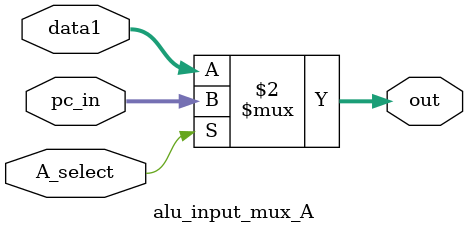
<source format=v>
module alu_input_mux_A(pc_in, data1, A_select, out);

    parameter n = 32;
    input wire [n-1:0] pc_in, data1;
    input wire A_select;
    output wire [n-1:0] out;

    // Select = 0 => output is data1 from register file
    // Select = 1 => output is result from PC
    assign out = (A_select == 0) ? data1 : pc_in;

endmodule

</source>
